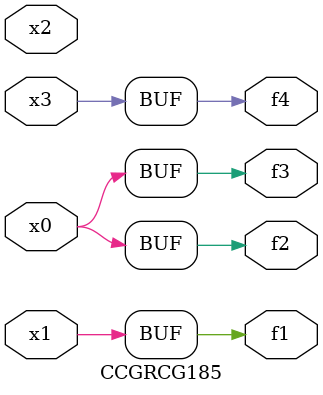
<source format=v>
module CCGRCG185(
	input x0, x1, x2, x3,
	output f1, f2, f3, f4
);
	assign f1 = x1;
	assign f2 = x0;
	assign f3 = x0;
	assign f4 = x3;
endmodule

</source>
